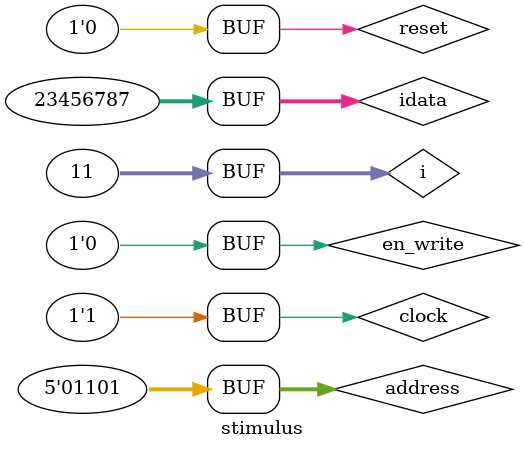
<source format=v>

module regfile(input clock,input reset, input [4:0] address,
               input en_write, input [31:0] idata,output [31:0] data);

// Register file storage
reg [31:0] registers[31:0];
reg [31:0] out_val;

// Read and write from register file
always @(posedge clock)
    if(!reset) begin
        if (en_write)
                registers[address] <= idata;
        else
                out_val <= registers[address];
    end

assign data = en_write ? 32'bx : out_val;

endmodule

`timescale 1ns / 1ps
module stimulus;
    reg clock;
    reg reset;
    reg [4:0] address;
    reg en_write;
    reg [31:0] idata;
    wire [31:0] data;

    regfile r1(
        .clock(clock),
        .reset(reset),
        .address(address),
        .en_write(en_write),
        .idata(idata),
        .data(data)
    );

    integer i;
 
	initial begin
	$dumpfile("regfile.vcd");
    $dumpvars(0,stimulus);
    reset = 0;
	#5 en_write=1; address=1; idata= 13456789;
	#5 en_write=0; address=1; 
    #10
	#5 en_write=1; address=8; idata= 45678;	
	#5 en_write=0; address=8; 
    #10	
    #5 en_write=1; address=1; idata=23456787;
	#5 en_write=0; address=1; 
    #10
    #5 en_write=1; address=15; idata= 876545122;
	#5 en_write=0; address=15; 
    #10
	#5 en_write=1; address=22; idata= 76543235678;	
	#5 en_write=0; address=22; 	
    #10
    #5 en_write=1; address=31; idata =134567;
	#5 en_write=0; address=31; 
    #10
    #5 en_write=1; address=22; idata= 1102983746;
	#5 en_write=0; address=22; 
    #10
	#5 en_write=1; address=18; idata= 45678;	
	#5 en_write=0; address=18; 	
    #5 en_write=1; address=13; idata =23456787;
	#5 en_write=0; address=13; 	
    #10;
    end  
 
	initial begin
	clock = 0;
	for ( i =0; i <=10; i= i+1)
	#5 clock = ~clock;
    end  
 
 
	initial begin
		$monitor("clock=%d,reset=%d,address=%d,en_write=%d,idata=%d,data=%d \n",clock,reset,address,en_write,idata,data);
	end

endmodule
</source>
